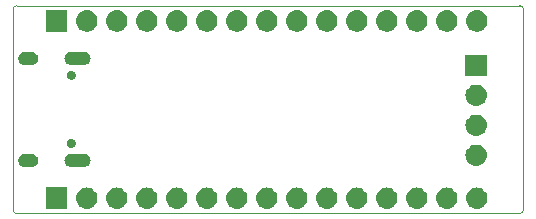
<source format=gbs>
G04 #@! TF.GenerationSoftware,KiCad,Pcbnew,5.1.2*
G04 #@! TF.CreationDate,2019-05-17T23:45:07+02:00*
G04 #@! TF.ProjectId,OtterPill,4f747465-7250-4696-9c6c-2e6b69636164,rev?*
G04 #@! TF.SameCoordinates,Original*
G04 #@! TF.FileFunction,Soldermask,Bot*
G04 #@! TF.FilePolarity,Negative*
%FSLAX46Y46*%
G04 Gerber Fmt 4.6, Leading zero omitted, Abs format (unit mm)*
G04 Created by KiCad (PCBNEW 5.1.2) date 2019-05-17 23:45:07*
%MOMM*%
%LPD*%
G04 APERTURE LIST*
%ADD10C,0.050000*%
%ADD11C,0.100000*%
G04 APERTURE END LIST*
D10*
X63200000Y-37100000D02*
G75*
G02X62900000Y-37400000I-300000J0D01*
G01*
X62900000Y-19800000D02*
G75*
G02X63200000Y-20100000I0J-300000D01*
G01*
X20000000Y-20100000D02*
G75*
G02X20300000Y-19800000I300000J0D01*
G01*
X20300000Y-37400000D02*
G75*
G02X20000000Y-37100000I0J300000D01*
G01*
X20000000Y-37100000D02*
X20000000Y-20100000D01*
X62900000Y-37400000D02*
X20300000Y-37400000D01*
X63200000Y-20100000D02*
X63200000Y-37100000D01*
X20300000Y-19800000D02*
X62900000Y-19800000D01*
D11*
G36*
X33970443Y-35205519D02*
G01*
X34036627Y-35212037D01*
X34206466Y-35263557D01*
X34362991Y-35347222D01*
X34398729Y-35376552D01*
X34500186Y-35459814D01*
X34583448Y-35561271D01*
X34612778Y-35597009D01*
X34696443Y-35753534D01*
X34747963Y-35923373D01*
X34765359Y-36100000D01*
X34747963Y-36276627D01*
X34696443Y-36446466D01*
X34612778Y-36602991D01*
X34583448Y-36638729D01*
X34500186Y-36740186D01*
X34398729Y-36823448D01*
X34362991Y-36852778D01*
X34206466Y-36936443D01*
X34036627Y-36987963D01*
X33970443Y-36994481D01*
X33904260Y-37001000D01*
X33815740Y-37001000D01*
X33749557Y-36994481D01*
X33683373Y-36987963D01*
X33513534Y-36936443D01*
X33357009Y-36852778D01*
X33321271Y-36823448D01*
X33219814Y-36740186D01*
X33136552Y-36638729D01*
X33107222Y-36602991D01*
X33023557Y-36446466D01*
X32972037Y-36276627D01*
X32954641Y-36100000D01*
X32972037Y-35923373D01*
X33023557Y-35753534D01*
X33107222Y-35597009D01*
X33136552Y-35561271D01*
X33219814Y-35459814D01*
X33321271Y-35376552D01*
X33357009Y-35347222D01*
X33513534Y-35263557D01*
X33683373Y-35212037D01*
X33749557Y-35205519D01*
X33815740Y-35199000D01*
X33904260Y-35199000D01*
X33970443Y-35205519D01*
X33970443Y-35205519D01*
G37*
G36*
X59370443Y-35205519D02*
G01*
X59436627Y-35212037D01*
X59606466Y-35263557D01*
X59762991Y-35347222D01*
X59798729Y-35376552D01*
X59900186Y-35459814D01*
X59983448Y-35561271D01*
X60012778Y-35597009D01*
X60096443Y-35753534D01*
X60147963Y-35923373D01*
X60165359Y-36100000D01*
X60147963Y-36276627D01*
X60096443Y-36446466D01*
X60012778Y-36602991D01*
X59983448Y-36638729D01*
X59900186Y-36740186D01*
X59798729Y-36823448D01*
X59762991Y-36852778D01*
X59606466Y-36936443D01*
X59436627Y-36987963D01*
X59370443Y-36994481D01*
X59304260Y-37001000D01*
X59215740Y-37001000D01*
X59149557Y-36994481D01*
X59083373Y-36987963D01*
X58913534Y-36936443D01*
X58757009Y-36852778D01*
X58721271Y-36823448D01*
X58619814Y-36740186D01*
X58536552Y-36638729D01*
X58507222Y-36602991D01*
X58423557Y-36446466D01*
X58372037Y-36276627D01*
X58354641Y-36100000D01*
X58372037Y-35923373D01*
X58423557Y-35753534D01*
X58507222Y-35597009D01*
X58536552Y-35561271D01*
X58619814Y-35459814D01*
X58721271Y-35376552D01*
X58757009Y-35347222D01*
X58913534Y-35263557D01*
X59083373Y-35212037D01*
X59149557Y-35205519D01*
X59215740Y-35199000D01*
X59304260Y-35199000D01*
X59370443Y-35205519D01*
X59370443Y-35205519D01*
G37*
G36*
X24601000Y-37001000D02*
G01*
X22799000Y-37001000D01*
X22799000Y-35199000D01*
X24601000Y-35199000D01*
X24601000Y-37001000D01*
X24601000Y-37001000D01*
G37*
G36*
X26350443Y-35205519D02*
G01*
X26416627Y-35212037D01*
X26586466Y-35263557D01*
X26742991Y-35347222D01*
X26778729Y-35376552D01*
X26880186Y-35459814D01*
X26963448Y-35561271D01*
X26992778Y-35597009D01*
X27076443Y-35753534D01*
X27127963Y-35923373D01*
X27145359Y-36100000D01*
X27127963Y-36276627D01*
X27076443Y-36446466D01*
X26992778Y-36602991D01*
X26963448Y-36638729D01*
X26880186Y-36740186D01*
X26778729Y-36823448D01*
X26742991Y-36852778D01*
X26586466Y-36936443D01*
X26416627Y-36987963D01*
X26350443Y-36994481D01*
X26284260Y-37001000D01*
X26195740Y-37001000D01*
X26129557Y-36994481D01*
X26063373Y-36987963D01*
X25893534Y-36936443D01*
X25737009Y-36852778D01*
X25701271Y-36823448D01*
X25599814Y-36740186D01*
X25516552Y-36638729D01*
X25487222Y-36602991D01*
X25403557Y-36446466D01*
X25352037Y-36276627D01*
X25334641Y-36100000D01*
X25352037Y-35923373D01*
X25403557Y-35753534D01*
X25487222Y-35597009D01*
X25516552Y-35561271D01*
X25599814Y-35459814D01*
X25701271Y-35376552D01*
X25737009Y-35347222D01*
X25893534Y-35263557D01*
X26063373Y-35212037D01*
X26129557Y-35205519D01*
X26195740Y-35199000D01*
X26284260Y-35199000D01*
X26350443Y-35205519D01*
X26350443Y-35205519D01*
G37*
G36*
X28890443Y-35205519D02*
G01*
X28956627Y-35212037D01*
X29126466Y-35263557D01*
X29282991Y-35347222D01*
X29318729Y-35376552D01*
X29420186Y-35459814D01*
X29503448Y-35561271D01*
X29532778Y-35597009D01*
X29616443Y-35753534D01*
X29667963Y-35923373D01*
X29685359Y-36100000D01*
X29667963Y-36276627D01*
X29616443Y-36446466D01*
X29532778Y-36602991D01*
X29503448Y-36638729D01*
X29420186Y-36740186D01*
X29318729Y-36823448D01*
X29282991Y-36852778D01*
X29126466Y-36936443D01*
X28956627Y-36987963D01*
X28890443Y-36994481D01*
X28824260Y-37001000D01*
X28735740Y-37001000D01*
X28669557Y-36994481D01*
X28603373Y-36987963D01*
X28433534Y-36936443D01*
X28277009Y-36852778D01*
X28241271Y-36823448D01*
X28139814Y-36740186D01*
X28056552Y-36638729D01*
X28027222Y-36602991D01*
X27943557Y-36446466D01*
X27892037Y-36276627D01*
X27874641Y-36100000D01*
X27892037Y-35923373D01*
X27943557Y-35753534D01*
X28027222Y-35597009D01*
X28056552Y-35561271D01*
X28139814Y-35459814D01*
X28241271Y-35376552D01*
X28277009Y-35347222D01*
X28433534Y-35263557D01*
X28603373Y-35212037D01*
X28669557Y-35205519D01*
X28735740Y-35199000D01*
X28824260Y-35199000D01*
X28890443Y-35205519D01*
X28890443Y-35205519D01*
G37*
G36*
X31430443Y-35205519D02*
G01*
X31496627Y-35212037D01*
X31666466Y-35263557D01*
X31822991Y-35347222D01*
X31858729Y-35376552D01*
X31960186Y-35459814D01*
X32043448Y-35561271D01*
X32072778Y-35597009D01*
X32156443Y-35753534D01*
X32207963Y-35923373D01*
X32225359Y-36100000D01*
X32207963Y-36276627D01*
X32156443Y-36446466D01*
X32072778Y-36602991D01*
X32043448Y-36638729D01*
X31960186Y-36740186D01*
X31858729Y-36823448D01*
X31822991Y-36852778D01*
X31666466Y-36936443D01*
X31496627Y-36987963D01*
X31430443Y-36994481D01*
X31364260Y-37001000D01*
X31275740Y-37001000D01*
X31209557Y-36994481D01*
X31143373Y-36987963D01*
X30973534Y-36936443D01*
X30817009Y-36852778D01*
X30781271Y-36823448D01*
X30679814Y-36740186D01*
X30596552Y-36638729D01*
X30567222Y-36602991D01*
X30483557Y-36446466D01*
X30432037Y-36276627D01*
X30414641Y-36100000D01*
X30432037Y-35923373D01*
X30483557Y-35753534D01*
X30567222Y-35597009D01*
X30596552Y-35561271D01*
X30679814Y-35459814D01*
X30781271Y-35376552D01*
X30817009Y-35347222D01*
X30973534Y-35263557D01*
X31143373Y-35212037D01*
X31209557Y-35205519D01*
X31275740Y-35199000D01*
X31364260Y-35199000D01*
X31430443Y-35205519D01*
X31430443Y-35205519D01*
G37*
G36*
X36510443Y-35205519D02*
G01*
X36576627Y-35212037D01*
X36746466Y-35263557D01*
X36902991Y-35347222D01*
X36938729Y-35376552D01*
X37040186Y-35459814D01*
X37123448Y-35561271D01*
X37152778Y-35597009D01*
X37236443Y-35753534D01*
X37287963Y-35923373D01*
X37305359Y-36100000D01*
X37287963Y-36276627D01*
X37236443Y-36446466D01*
X37152778Y-36602991D01*
X37123448Y-36638729D01*
X37040186Y-36740186D01*
X36938729Y-36823448D01*
X36902991Y-36852778D01*
X36746466Y-36936443D01*
X36576627Y-36987963D01*
X36510443Y-36994481D01*
X36444260Y-37001000D01*
X36355740Y-37001000D01*
X36289557Y-36994481D01*
X36223373Y-36987963D01*
X36053534Y-36936443D01*
X35897009Y-36852778D01*
X35861271Y-36823448D01*
X35759814Y-36740186D01*
X35676552Y-36638729D01*
X35647222Y-36602991D01*
X35563557Y-36446466D01*
X35512037Y-36276627D01*
X35494641Y-36100000D01*
X35512037Y-35923373D01*
X35563557Y-35753534D01*
X35647222Y-35597009D01*
X35676552Y-35561271D01*
X35759814Y-35459814D01*
X35861271Y-35376552D01*
X35897009Y-35347222D01*
X36053534Y-35263557D01*
X36223373Y-35212037D01*
X36289557Y-35205519D01*
X36355740Y-35199000D01*
X36444260Y-35199000D01*
X36510443Y-35205519D01*
X36510443Y-35205519D01*
G37*
G36*
X39050443Y-35205519D02*
G01*
X39116627Y-35212037D01*
X39286466Y-35263557D01*
X39442991Y-35347222D01*
X39478729Y-35376552D01*
X39580186Y-35459814D01*
X39663448Y-35561271D01*
X39692778Y-35597009D01*
X39776443Y-35753534D01*
X39827963Y-35923373D01*
X39845359Y-36100000D01*
X39827963Y-36276627D01*
X39776443Y-36446466D01*
X39692778Y-36602991D01*
X39663448Y-36638729D01*
X39580186Y-36740186D01*
X39478729Y-36823448D01*
X39442991Y-36852778D01*
X39286466Y-36936443D01*
X39116627Y-36987963D01*
X39050443Y-36994481D01*
X38984260Y-37001000D01*
X38895740Y-37001000D01*
X38829557Y-36994481D01*
X38763373Y-36987963D01*
X38593534Y-36936443D01*
X38437009Y-36852778D01*
X38401271Y-36823448D01*
X38299814Y-36740186D01*
X38216552Y-36638729D01*
X38187222Y-36602991D01*
X38103557Y-36446466D01*
X38052037Y-36276627D01*
X38034641Y-36100000D01*
X38052037Y-35923373D01*
X38103557Y-35753534D01*
X38187222Y-35597009D01*
X38216552Y-35561271D01*
X38299814Y-35459814D01*
X38401271Y-35376552D01*
X38437009Y-35347222D01*
X38593534Y-35263557D01*
X38763373Y-35212037D01*
X38829557Y-35205519D01*
X38895740Y-35199000D01*
X38984260Y-35199000D01*
X39050443Y-35205519D01*
X39050443Y-35205519D01*
G37*
G36*
X41590443Y-35205519D02*
G01*
X41656627Y-35212037D01*
X41826466Y-35263557D01*
X41982991Y-35347222D01*
X42018729Y-35376552D01*
X42120186Y-35459814D01*
X42203448Y-35561271D01*
X42232778Y-35597009D01*
X42316443Y-35753534D01*
X42367963Y-35923373D01*
X42385359Y-36100000D01*
X42367963Y-36276627D01*
X42316443Y-36446466D01*
X42232778Y-36602991D01*
X42203448Y-36638729D01*
X42120186Y-36740186D01*
X42018729Y-36823448D01*
X41982991Y-36852778D01*
X41826466Y-36936443D01*
X41656627Y-36987963D01*
X41590443Y-36994481D01*
X41524260Y-37001000D01*
X41435740Y-37001000D01*
X41369557Y-36994481D01*
X41303373Y-36987963D01*
X41133534Y-36936443D01*
X40977009Y-36852778D01*
X40941271Y-36823448D01*
X40839814Y-36740186D01*
X40756552Y-36638729D01*
X40727222Y-36602991D01*
X40643557Y-36446466D01*
X40592037Y-36276627D01*
X40574641Y-36100000D01*
X40592037Y-35923373D01*
X40643557Y-35753534D01*
X40727222Y-35597009D01*
X40756552Y-35561271D01*
X40839814Y-35459814D01*
X40941271Y-35376552D01*
X40977009Y-35347222D01*
X41133534Y-35263557D01*
X41303373Y-35212037D01*
X41369557Y-35205519D01*
X41435740Y-35199000D01*
X41524260Y-35199000D01*
X41590443Y-35205519D01*
X41590443Y-35205519D01*
G37*
G36*
X44130443Y-35205519D02*
G01*
X44196627Y-35212037D01*
X44366466Y-35263557D01*
X44522991Y-35347222D01*
X44558729Y-35376552D01*
X44660186Y-35459814D01*
X44743448Y-35561271D01*
X44772778Y-35597009D01*
X44856443Y-35753534D01*
X44907963Y-35923373D01*
X44925359Y-36100000D01*
X44907963Y-36276627D01*
X44856443Y-36446466D01*
X44772778Y-36602991D01*
X44743448Y-36638729D01*
X44660186Y-36740186D01*
X44558729Y-36823448D01*
X44522991Y-36852778D01*
X44366466Y-36936443D01*
X44196627Y-36987963D01*
X44130443Y-36994481D01*
X44064260Y-37001000D01*
X43975740Y-37001000D01*
X43909557Y-36994481D01*
X43843373Y-36987963D01*
X43673534Y-36936443D01*
X43517009Y-36852778D01*
X43481271Y-36823448D01*
X43379814Y-36740186D01*
X43296552Y-36638729D01*
X43267222Y-36602991D01*
X43183557Y-36446466D01*
X43132037Y-36276627D01*
X43114641Y-36100000D01*
X43132037Y-35923373D01*
X43183557Y-35753534D01*
X43267222Y-35597009D01*
X43296552Y-35561271D01*
X43379814Y-35459814D01*
X43481271Y-35376552D01*
X43517009Y-35347222D01*
X43673534Y-35263557D01*
X43843373Y-35212037D01*
X43909557Y-35205519D01*
X43975740Y-35199000D01*
X44064260Y-35199000D01*
X44130443Y-35205519D01*
X44130443Y-35205519D01*
G37*
G36*
X46670443Y-35205519D02*
G01*
X46736627Y-35212037D01*
X46906466Y-35263557D01*
X47062991Y-35347222D01*
X47098729Y-35376552D01*
X47200186Y-35459814D01*
X47283448Y-35561271D01*
X47312778Y-35597009D01*
X47396443Y-35753534D01*
X47447963Y-35923373D01*
X47465359Y-36100000D01*
X47447963Y-36276627D01*
X47396443Y-36446466D01*
X47312778Y-36602991D01*
X47283448Y-36638729D01*
X47200186Y-36740186D01*
X47098729Y-36823448D01*
X47062991Y-36852778D01*
X46906466Y-36936443D01*
X46736627Y-36987963D01*
X46670443Y-36994481D01*
X46604260Y-37001000D01*
X46515740Y-37001000D01*
X46449557Y-36994481D01*
X46383373Y-36987963D01*
X46213534Y-36936443D01*
X46057009Y-36852778D01*
X46021271Y-36823448D01*
X45919814Y-36740186D01*
X45836552Y-36638729D01*
X45807222Y-36602991D01*
X45723557Y-36446466D01*
X45672037Y-36276627D01*
X45654641Y-36100000D01*
X45672037Y-35923373D01*
X45723557Y-35753534D01*
X45807222Y-35597009D01*
X45836552Y-35561271D01*
X45919814Y-35459814D01*
X46021271Y-35376552D01*
X46057009Y-35347222D01*
X46213534Y-35263557D01*
X46383373Y-35212037D01*
X46449557Y-35205519D01*
X46515740Y-35199000D01*
X46604260Y-35199000D01*
X46670443Y-35205519D01*
X46670443Y-35205519D01*
G37*
G36*
X49210443Y-35205519D02*
G01*
X49276627Y-35212037D01*
X49446466Y-35263557D01*
X49602991Y-35347222D01*
X49638729Y-35376552D01*
X49740186Y-35459814D01*
X49823448Y-35561271D01*
X49852778Y-35597009D01*
X49936443Y-35753534D01*
X49987963Y-35923373D01*
X50005359Y-36100000D01*
X49987963Y-36276627D01*
X49936443Y-36446466D01*
X49852778Y-36602991D01*
X49823448Y-36638729D01*
X49740186Y-36740186D01*
X49638729Y-36823448D01*
X49602991Y-36852778D01*
X49446466Y-36936443D01*
X49276627Y-36987963D01*
X49210443Y-36994481D01*
X49144260Y-37001000D01*
X49055740Y-37001000D01*
X48989557Y-36994481D01*
X48923373Y-36987963D01*
X48753534Y-36936443D01*
X48597009Y-36852778D01*
X48561271Y-36823448D01*
X48459814Y-36740186D01*
X48376552Y-36638729D01*
X48347222Y-36602991D01*
X48263557Y-36446466D01*
X48212037Y-36276627D01*
X48194641Y-36100000D01*
X48212037Y-35923373D01*
X48263557Y-35753534D01*
X48347222Y-35597009D01*
X48376552Y-35561271D01*
X48459814Y-35459814D01*
X48561271Y-35376552D01*
X48597009Y-35347222D01*
X48753534Y-35263557D01*
X48923373Y-35212037D01*
X48989557Y-35205519D01*
X49055740Y-35199000D01*
X49144260Y-35199000D01*
X49210443Y-35205519D01*
X49210443Y-35205519D01*
G37*
G36*
X51750443Y-35205519D02*
G01*
X51816627Y-35212037D01*
X51986466Y-35263557D01*
X52142991Y-35347222D01*
X52178729Y-35376552D01*
X52280186Y-35459814D01*
X52363448Y-35561271D01*
X52392778Y-35597009D01*
X52476443Y-35753534D01*
X52527963Y-35923373D01*
X52545359Y-36100000D01*
X52527963Y-36276627D01*
X52476443Y-36446466D01*
X52392778Y-36602991D01*
X52363448Y-36638729D01*
X52280186Y-36740186D01*
X52178729Y-36823448D01*
X52142991Y-36852778D01*
X51986466Y-36936443D01*
X51816627Y-36987963D01*
X51750443Y-36994481D01*
X51684260Y-37001000D01*
X51595740Y-37001000D01*
X51529557Y-36994481D01*
X51463373Y-36987963D01*
X51293534Y-36936443D01*
X51137009Y-36852778D01*
X51101271Y-36823448D01*
X50999814Y-36740186D01*
X50916552Y-36638729D01*
X50887222Y-36602991D01*
X50803557Y-36446466D01*
X50752037Y-36276627D01*
X50734641Y-36100000D01*
X50752037Y-35923373D01*
X50803557Y-35753534D01*
X50887222Y-35597009D01*
X50916552Y-35561271D01*
X50999814Y-35459814D01*
X51101271Y-35376552D01*
X51137009Y-35347222D01*
X51293534Y-35263557D01*
X51463373Y-35212037D01*
X51529557Y-35205519D01*
X51595740Y-35199000D01*
X51684260Y-35199000D01*
X51750443Y-35205519D01*
X51750443Y-35205519D01*
G37*
G36*
X54290443Y-35205519D02*
G01*
X54356627Y-35212037D01*
X54526466Y-35263557D01*
X54682991Y-35347222D01*
X54718729Y-35376552D01*
X54820186Y-35459814D01*
X54903448Y-35561271D01*
X54932778Y-35597009D01*
X55016443Y-35753534D01*
X55067963Y-35923373D01*
X55085359Y-36100000D01*
X55067963Y-36276627D01*
X55016443Y-36446466D01*
X54932778Y-36602991D01*
X54903448Y-36638729D01*
X54820186Y-36740186D01*
X54718729Y-36823448D01*
X54682991Y-36852778D01*
X54526466Y-36936443D01*
X54356627Y-36987963D01*
X54290443Y-36994481D01*
X54224260Y-37001000D01*
X54135740Y-37001000D01*
X54069557Y-36994481D01*
X54003373Y-36987963D01*
X53833534Y-36936443D01*
X53677009Y-36852778D01*
X53641271Y-36823448D01*
X53539814Y-36740186D01*
X53456552Y-36638729D01*
X53427222Y-36602991D01*
X53343557Y-36446466D01*
X53292037Y-36276627D01*
X53274641Y-36100000D01*
X53292037Y-35923373D01*
X53343557Y-35753534D01*
X53427222Y-35597009D01*
X53456552Y-35561271D01*
X53539814Y-35459814D01*
X53641271Y-35376552D01*
X53677009Y-35347222D01*
X53833534Y-35263557D01*
X54003373Y-35212037D01*
X54069557Y-35205519D01*
X54135740Y-35199000D01*
X54224260Y-35199000D01*
X54290443Y-35205519D01*
X54290443Y-35205519D01*
G37*
G36*
X56830443Y-35205519D02*
G01*
X56896627Y-35212037D01*
X57066466Y-35263557D01*
X57222991Y-35347222D01*
X57258729Y-35376552D01*
X57360186Y-35459814D01*
X57443448Y-35561271D01*
X57472778Y-35597009D01*
X57556443Y-35753534D01*
X57607963Y-35923373D01*
X57625359Y-36100000D01*
X57607963Y-36276627D01*
X57556443Y-36446466D01*
X57472778Y-36602991D01*
X57443448Y-36638729D01*
X57360186Y-36740186D01*
X57258729Y-36823448D01*
X57222991Y-36852778D01*
X57066466Y-36936443D01*
X56896627Y-36987963D01*
X56830443Y-36994481D01*
X56764260Y-37001000D01*
X56675740Y-37001000D01*
X56609557Y-36994481D01*
X56543373Y-36987963D01*
X56373534Y-36936443D01*
X56217009Y-36852778D01*
X56181271Y-36823448D01*
X56079814Y-36740186D01*
X55996552Y-36638729D01*
X55967222Y-36602991D01*
X55883557Y-36446466D01*
X55832037Y-36276627D01*
X55814641Y-36100000D01*
X55832037Y-35923373D01*
X55883557Y-35753534D01*
X55967222Y-35597009D01*
X55996552Y-35561271D01*
X56079814Y-35459814D01*
X56181271Y-35376552D01*
X56217009Y-35347222D01*
X56373534Y-35263557D01*
X56543373Y-35212037D01*
X56609557Y-35205519D01*
X56675740Y-35199000D01*
X56764260Y-35199000D01*
X56830443Y-35205519D01*
X56830443Y-35205519D01*
G37*
G36*
X21683014Y-32346973D02*
G01*
X21786878Y-32378479D01*
X21814054Y-32393005D01*
X21882599Y-32429643D01*
X21966500Y-32498499D01*
X22035356Y-32582400D01*
X22069685Y-32646625D01*
X22086520Y-32678121D01*
X22118026Y-32781985D01*
X22128665Y-32890000D01*
X22118026Y-32998015D01*
X22086520Y-33101879D01*
X22071994Y-33129055D01*
X22035356Y-33197600D01*
X21966500Y-33281501D01*
X21882599Y-33350357D01*
X21843978Y-33371000D01*
X21786878Y-33401521D01*
X21683014Y-33433027D01*
X21602066Y-33441000D01*
X20947932Y-33441000D01*
X20866984Y-33433027D01*
X20763120Y-33401521D01*
X20706020Y-33371000D01*
X20667399Y-33350357D01*
X20583498Y-33281501D01*
X20514642Y-33197600D01*
X20478004Y-33129055D01*
X20463478Y-33101879D01*
X20431972Y-32998015D01*
X20421333Y-32890000D01*
X20431972Y-32781985D01*
X20463478Y-32678121D01*
X20480313Y-32646625D01*
X20514642Y-32582400D01*
X20583498Y-32498499D01*
X20667399Y-32429643D01*
X20735944Y-32393005D01*
X20763120Y-32378479D01*
X20866984Y-32346973D01*
X20947932Y-32339000D01*
X21602066Y-32339000D01*
X21683014Y-32346973D01*
X21683014Y-32346973D01*
G37*
G36*
X26113014Y-32346973D02*
G01*
X26216878Y-32378479D01*
X26244054Y-32393005D01*
X26312599Y-32429643D01*
X26396500Y-32498499D01*
X26465356Y-32582400D01*
X26499685Y-32646625D01*
X26516520Y-32678121D01*
X26548026Y-32781985D01*
X26558665Y-32890000D01*
X26548026Y-32998015D01*
X26516520Y-33101879D01*
X26501994Y-33129055D01*
X26465356Y-33197600D01*
X26396500Y-33281501D01*
X26312599Y-33350357D01*
X26273978Y-33371000D01*
X26216878Y-33401521D01*
X26113014Y-33433027D01*
X26032066Y-33441000D01*
X24877932Y-33441000D01*
X24796984Y-33433027D01*
X24693120Y-33401521D01*
X24636020Y-33371000D01*
X24597399Y-33350357D01*
X24513498Y-33281501D01*
X24444642Y-33197600D01*
X24408004Y-33129055D01*
X24393478Y-33101879D01*
X24361972Y-32998015D01*
X24351333Y-32890000D01*
X24361972Y-32781985D01*
X24393478Y-32678121D01*
X24410313Y-32646625D01*
X24444642Y-32582400D01*
X24513498Y-32498499D01*
X24597399Y-32429643D01*
X24665944Y-32393005D01*
X24693120Y-32378479D01*
X24796984Y-32346973D01*
X24877932Y-32339000D01*
X26032066Y-32339000D01*
X26113014Y-32346973D01*
X26113014Y-32346973D01*
G37*
G36*
X59310443Y-31575519D02*
G01*
X59376627Y-31582037D01*
X59546466Y-31633557D01*
X59702991Y-31717222D01*
X59738729Y-31746552D01*
X59840186Y-31829814D01*
X59923448Y-31931271D01*
X59952778Y-31967009D01*
X60036443Y-32123534D01*
X60087963Y-32293373D01*
X60105359Y-32470000D01*
X60087963Y-32646627D01*
X60036443Y-32816466D01*
X59952778Y-32972991D01*
X59932243Y-32998013D01*
X59840186Y-33110186D01*
X59738729Y-33193448D01*
X59702991Y-33222778D01*
X59546466Y-33306443D01*
X59376627Y-33357963D01*
X59310443Y-33364481D01*
X59244260Y-33371000D01*
X59155740Y-33371000D01*
X59089557Y-33364481D01*
X59023373Y-33357963D01*
X58853534Y-33306443D01*
X58697009Y-33222778D01*
X58661271Y-33193448D01*
X58559814Y-33110186D01*
X58467757Y-32998013D01*
X58447222Y-32972991D01*
X58363557Y-32816466D01*
X58312037Y-32646627D01*
X58294641Y-32470000D01*
X58312037Y-32293373D01*
X58363557Y-32123534D01*
X58447222Y-31967009D01*
X58476552Y-31931271D01*
X58559814Y-31829814D01*
X58661271Y-31746552D01*
X58697009Y-31717222D01*
X58853534Y-31633557D01*
X59023373Y-31582037D01*
X59089557Y-31575519D01*
X59155740Y-31569000D01*
X59244260Y-31569000D01*
X59310443Y-31575519D01*
X59310443Y-31575519D01*
G37*
G36*
X25034671Y-31098449D02*
G01*
X25034673Y-31098450D01*
X25034674Y-31098450D01*
X25103102Y-31126793D01*
X25164685Y-31167942D01*
X25217057Y-31220314D01*
X25258206Y-31281897D01*
X25286549Y-31350325D01*
X25286550Y-31350328D01*
X25300999Y-31422966D01*
X25300999Y-31497034D01*
X25286684Y-31569000D01*
X25286549Y-31569675D01*
X25258206Y-31638103D01*
X25217057Y-31699686D01*
X25164685Y-31752058D01*
X25103102Y-31793207D01*
X25034674Y-31821550D01*
X25034673Y-31821550D01*
X25034671Y-31821551D01*
X24962033Y-31836000D01*
X24887965Y-31836000D01*
X24815327Y-31821551D01*
X24815325Y-31821550D01*
X24815324Y-31821550D01*
X24746896Y-31793207D01*
X24685313Y-31752058D01*
X24632941Y-31699686D01*
X24591792Y-31638103D01*
X24563449Y-31569675D01*
X24563315Y-31569000D01*
X24548999Y-31497034D01*
X24548999Y-31422966D01*
X24563448Y-31350328D01*
X24563449Y-31350325D01*
X24591792Y-31281897D01*
X24632941Y-31220314D01*
X24685313Y-31167942D01*
X24746896Y-31126793D01*
X24815324Y-31098450D01*
X24815325Y-31098450D01*
X24815327Y-31098449D01*
X24887965Y-31084000D01*
X24962033Y-31084000D01*
X25034671Y-31098449D01*
X25034671Y-31098449D01*
G37*
G36*
X59310443Y-29035519D02*
G01*
X59376627Y-29042037D01*
X59546466Y-29093557D01*
X59702991Y-29177222D01*
X59738729Y-29206552D01*
X59840186Y-29289814D01*
X59923448Y-29391271D01*
X59952778Y-29427009D01*
X60036443Y-29583534D01*
X60087963Y-29753373D01*
X60105359Y-29930000D01*
X60087963Y-30106627D01*
X60036443Y-30276466D01*
X59952778Y-30432991D01*
X59923448Y-30468729D01*
X59840186Y-30570186D01*
X59738729Y-30653448D01*
X59702991Y-30682778D01*
X59546466Y-30766443D01*
X59376627Y-30817963D01*
X59310443Y-30824481D01*
X59244260Y-30831000D01*
X59155740Y-30831000D01*
X59089557Y-30824481D01*
X59023373Y-30817963D01*
X58853534Y-30766443D01*
X58697009Y-30682778D01*
X58661271Y-30653448D01*
X58559814Y-30570186D01*
X58476552Y-30468729D01*
X58447222Y-30432991D01*
X58363557Y-30276466D01*
X58312037Y-30106627D01*
X58294641Y-29930000D01*
X58312037Y-29753373D01*
X58363557Y-29583534D01*
X58447222Y-29427009D01*
X58476552Y-29391271D01*
X58559814Y-29289814D01*
X58661271Y-29206552D01*
X58697009Y-29177222D01*
X58853534Y-29093557D01*
X59023373Y-29042037D01*
X59089557Y-29035519D01*
X59155740Y-29029000D01*
X59244260Y-29029000D01*
X59310443Y-29035519D01*
X59310443Y-29035519D01*
G37*
G36*
X59310443Y-26495519D02*
G01*
X59376627Y-26502037D01*
X59546466Y-26553557D01*
X59702991Y-26637222D01*
X59738729Y-26666552D01*
X59840186Y-26749814D01*
X59923448Y-26851271D01*
X59952778Y-26887009D01*
X60036443Y-27043534D01*
X60087963Y-27213373D01*
X60105359Y-27390000D01*
X60087963Y-27566627D01*
X60036443Y-27736466D01*
X59952778Y-27892991D01*
X59923448Y-27928729D01*
X59840186Y-28030186D01*
X59738729Y-28113448D01*
X59702991Y-28142778D01*
X59546466Y-28226443D01*
X59376627Y-28277963D01*
X59310443Y-28284481D01*
X59244260Y-28291000D01*
X59155740Y-28291000D01*
X59089557Y-28284481D01*
X59023373Y-28277963D01*
X58853534Y-28226443D01*
X58697009Y-28142778D01*
X58661271Y-28113448D01*
X58559814Y-28030186D01*
X58476552Y-27928729D01*
X58447222Y-27892991D01*
X58363557Y-27736466D01*
X58312037Y-27566627D01*
X58294641Y-27390000D01*
X58312037Y-27213373D01*
X58363557Y-27043534D01*
X58447222Y-26887009D01*
X58476552Y-26851271D01*
X58559814Y-26749814D01*
X58661271Y-26666552D01*
X58697009Y-26637222D01*
X58853534Y-26553557D01*
X59023373Y-26502037D01*
X59089557Y-26495519D01*
X59155740Y-26489000D01*
X59244260Y-26489000D01*
X59310443Y-26495519D01*
X59310443Y-26495519D01*
G37*
G36*
X25034671Y-25318449D02*
G01*
X25034673Y-25318450D01*
X25034674Y-25318450D01*
X25103102Y-25346793D01*
X25164685Y-25387942D01*
X25217057Y-25440314D01*
X25258206Y-25501897D01*
X25286549Y-25570325D01*
X25286550Y-25570328D01*
X25300999Y-25642966D01*
X25300999Y-25717034D01*
X25294243Y-25751000D01*
X25286549Y-25789675D01*
X25258206Y-25858103D01*
X25217057Y-25919686D01*
X25164685Y-25972058D01*
X25103102Y-26013207D01*
X25034674Y-26041550D01*
X25034673Y-26041550D01*
X25034671Y-26041551D01*
X24962033Y-26056000D01*
X24887965Y-26056000D01*
X24815327Y-26041551D01*
X24815325Y-26041550D01*
X24815324Y-26041550D01*
X24746896Y-26013207D01*
X24685313Y-25972058D01*
X24632941Y-25919686D01*
X24591792Y-25858103D01*
X24563449Y-25789675D01*
X24555756Y-25751000D01*
X24548999Y-25717034D01*
X24548999Y-25642966D01*
X24563448Y-25570328D01*
X24563449Y-25570325D01*
X24591792Y-25501897D01*
X24632941Y-25440314D01*
X24685313Y-25387942D01*
X24746896Y-25346793D01*
X24815324Y-25318450D01*
X24815325Y-25318450D01*
X24815327Y-25318449D01*
X24887965Y-25304000D01*
X24962033Y-25304000D01*
X25034671Y-25318449D01*
X25034671Y-25318449D01*
G37*
G36*
X60101000Y-25751000D02*
G01*
X58299000Y-25751000D01*
X58299000Y-23949000D01*
X60101000Y-23949000D01*
X60101000Y-25751000D01*
X60101000Y-25751000D01*
G37*
G36*
X26113014Y-23706973D02*
G01*
X26216878Y-23738479D01*
X26244054Y-23753005D01*
X26312599Y-23789643D01*
X26396500Y-23858499D01*
X26465356Y-23942400D01*
X26501994Y-24010945D01*
X26516520Y-24038121D01*
X26548026Y-24141985D01*
X26558665Y-24250000D01*
X26548026Y-24358015D01*
X26516520Y-24461879D01*
X26516518Y-24461882D01*
X26465356Y-24557600D01*
X26396500Y-24641501D01*
X26312599Y-24710357D01*
X26244054Y-24746995D01*
X26216878Y-24761521D01*
X26113014Y-24793027D01*
X26032066Y-24801000D01*
X24877932Y-24801000D01*
X24796984Y-24793027D01*
X24693120Y-24761521D01*
X24665944Y-24746995D01*
X24597399Y-24710357D01*
X24513498Y-24641501D01*
X24444642Y-24557600D01*
X24393480Y-24461882D01*
X24393478Y-24461879D01*
X24361972Y-24358015D01*
X24351333Y-24250000D01*
X24361972Y-24141985D01*
X24393478Y-24038121D01*
X24408004Y-24010945D01*
X24444642Y-23942400D01*
X24513498Y-23858499D01*
X24597399Y-23789643D01*
X24665944Y-23753005D01*
X24693120Y-23738479D01*
X24796984Y-23706973D01*
X24877932Y-23699000D01*
X26032066Y-23699000D01*
X26113014Y-23706973D01*
X26113014Y-23706973D01*
G37*
G36*
X21683014Y-23706973D02*
G01*
X21786878Y-23738479D01*
X21814054Y-23753005D01*
X21882599Y-23789643D01*
X21966500Y-23858499D01*
X22035356Y-23942400D01*
X22071994Y-24010945D01*
X22086520Y-24038121D01*
X22118026Y-24141985D01*
X22128665Y-24250000D01*
X22118026Y-24358015D01*
X22086520Y-24461879D01*
X22086518Y-24461882D01*
X22035356Y-24557600D01*
X21966500Y-24641501D01*
X21882599Y-24710357D01*
X21814054Y-24746995D01*
X21786878Y-24761521D01*
X21683014Y-24793027D01*
X21602066Y-24801000D01*
X20947932Y-24801000D01*
X20866984Y-24793027D01*
X20763120Y-24761521D01*
X20735944Y-24746995D01*
X20667399Y-24710357D01*
X20583498Y-24641501D01*
X20514642Y-24557600D01*
X20463480Y-24461882D01*
X20463478Y-24461879D01*
X20431972Y-24358015D01*
X20421333Y-24250000D01*
X20431972Y-24141985D01*
X20463478Y-24038121D01*
X20478004Y-24010945D01*
X20514642Y-23942400D01*
X20583498Y-23858499D01*
X20667399Y-23789643D01*
X20735944Y-23753005D01*
X20763120Y-23738479D01*
X20866984Y-23706973D01*
X20947932Y-23699000D01*
X21602066Y-23699000D01*
X21683014Y-23706973D01*
X21683014Y-23706973D01*
G37*
G36*
X24601000Y-22001000D02*
G01*
X22799000Y-22001000D01*
X22799000Y-20199000D01*
X24601000Y-20199000D01*
X24601000Y-22001000D01*
X24601000Y-22001000D01*
G37*
G36*
X26350443Y-20205519D02*
G01*
X26416627Y-20212037D01*
X26586466Y-20263557D01*
X26742991Y-20347222D01*
X26778729Y-20376552D01*
X26880186Y-20459814D01*
X26963448Y-20561271D01*
X26992778Y-20597009D01*
X27076443Y-20753534D01*
X27127963Y-20923373D01*
X27145359Y-21100000D01*
X27127963Y-21276627D01*
X27076443Y-21446466D01*
X26992778Y-21602991D01*
X26963448Y-21638729D01*
X26880186Y-21740186D01*
X26778729Y-21823448D01*
X26742991Y-21852778D01*
X26586466Y-21936443D01*
X26416627Y-21987963D01*
X26350443Y-21994481D01*
X26284260Y-22001000D01*
X26195740Y-22001000D01*
X26129557Y-21994481D01*
X26063373Y-21987963D01*
X25893534Y-21936443D01*
X25737009Y-21852778D01*
X25701271Y-21823448D01*
X25599814Y-21740186D01*
X25516552Y-21638729D01*
X25487222Y-21602991D01*
X25403557Y-21446466D01*
X25352037Y-21276627D01*
X25334641Y-21100000D01*
X25352037Y-20923373D01*
X25403557Y-20753534D01*
X25487222Y-20597009D01*
X25516552Y-20561271D01*
X25599814Y-20459814D01*
X25701271Y-20376552D01*
X25737009Y-20347222D01*
X25893534Y-20263557D01*
X26063373Y-20212037D01*
X26129557Y-20205519D01*
X26195740Y-20199000D01*
X26284260Y-20199000D01*
X26350443Y-20205519D01*
X26350443Y-20205519D01*
G37*
G36*
X28890443Y-20205519D02*
G01*
X28956627Y-20212037D01*
X29126466Y-20263557D01*
X29282991Y-20347222D01*
X29318729Y-20376552D01*
X29420186Y-20459814D01*
X29503448Y-20561271D01*
X29532778Y-20597009D01*
X29616443Y-20753534D01*
X29667963Y-20923373D01*
X29685359Y-21100000D01*
X29667963Y-21276627D01*
X29616443Y-21446466D01*
X29532778Y-21602991D01*
X29503448Y-21638729D01*
X29420186Y-21740186D01*
X29318729Y-21823448D01*
X29282991Y-21852778D01*
X29126466Y-21936443D01*
X28956627Y-21987963D01*
X28890443Y-21994481D01*
X28824260Y-22001000D01*
X28735740Y-22001000D01*
X28669557Y-21994481D01*
X28603373Y-21987963D01*
X28433534Y-21936443D01*
X28277009Y-21852778D01*
X28241271Y-21823448D01*
X28139814Y-21740186D01*
X28056552Y-21638729D01*
X28027222Y-21602991D01*
X27943557Y-21446466D01*
X27892037Y-21276627D01*
X27874641Y-21100000D01*
X27892037Y-20923373D01*
X27943557Y-20753534D01*
X28027222Y-20597009D01*
X28056552Y-20561271D01*
X28139814Y-20459814D01*
X28241271Y-20376552D01*
X28277009Y-20347222D01*
X28433534Y-20263557D01*
X28603373Y-20212037D01*
X28669557Y-20205519D01*
X28735740Y-20199000D01*
X28824260Y-20199000D01*
X28890443Y-20205519D01*
X28890443Y-20205519D01*
G37*
G36*
X59370443Y-20205519D02*
G01*
X59436627Y-20212037D01*
X59606466Y-20263557D01*
X59762991Y-20347222D01*
X59798729Y-20376552D01*
X59900186Y-20459814D01*
X59983448Y-20561271D01*
X60012778Y-20597009D01*
X60096443Y-20753534D01*
X60147963Y-20923373D01*
X60165359Y-21100000D01*
X60147963Y-21276627D01*
X60096443Y-21446466D01*
X60012778Y-21602991D01*
X59983448Y-21638729D01*
X59900186Y-21740186D01*
X59798729Y-21823448D01*
X59762991Y-21852778D01*
X59606466Y-21936443D01*
X59436627Y-21987963D01*
X59370443Y-21994481D01*
X59304260Y-22001000D01*
X59215740Y-22001000D01*
X59149557Y-21994481D01*
X59083373Y-21987963D01*
X58913534Y-21936443D01*
X58757009Y-21852778D01*
X58721271Y-21823448D01*
X58619814Y-21740186D01*
X58536552Y-21638729D01*
X58507222Y-21602991D01*
X58423557Y-21446466D01*
X58372037Y-21276627D01*
X58354641Y-21100000D01*
X58372037Y-20923373D01*
X58423557Y-20753534D01*
X58507222Y-20597009D01*
X58536552Y-20561271D01*
X58619814Y-20459814D01*
X58721271Y-20376552D01*
X58757009Y-20347222D01*
X58913534Y-20263557D01*
X59083373Y-20212037D01*
X59149557Y-20205519D01*
X59215740Y-20199000D01*
X59304260Y-20199000D01*
X59370443Y-20205519D01*
X59370443Y-20205519D01*
G37*
G36*
X56830443Y-20205519D02*
G01*
X56896627Y-20212037D01*
X57066466Y-20263557D01*
X57222991Y-20347222D01*
X57258729Y-20376552D01*
X57360186Y-20459814D01*
X57443448Y-20561271D01*
X57472778Y-20597009D01*
X57556443Y-20753534D01*
X57607963Y-20923373D01*
X57625359Y-21100000D01*
X57607963Y-21276627D01*
X57556443Y-21446466D01*
X57472778Y-21602991D01*
X57443448Y-21638729D01*
X57360186Y-21740186D01*
X57258729Y-21823448D01*
X57222991Y-21852778D01*
X57066466Y-21936443D01*
X56896627Y-21987963D01*
X56830443Y-21994481D01*
X56764260Y-22001000D01*
X56675740Y-22001000D01*
X56609557Y-21994481D01*
X56543373Y-21987963D01*
X56373534Y-21936443D01*
X56217009Y-21852778D01*
X56181271Y-21823448D01*
X56079814Y-21740186D01*
X55996552Y-21638729D01*
X55967222Y-21602991D01*
X55883557Y-21446466D01*
X55832037Y-21276627D01*
X55814641Y-21100000D01*
X55832037Y-20923373D01*
X55883557Y-20753534D01*
X55967222Y-20597009D01*
X55996552Y-20561271D01*
X56079814Y-20459814D01*
X56181271Y-20376552D01*
X56217009Y-20347222D01*
X56373534Y-20263557D01*
X56543373Y-20212037D01*
X56609557Y-20205519D01*
X56675740Y-20199000D01*
X56764260Y-20199000D01*
X56830443Y-20205519D01*
X56830443Y-20205519D01*
G37*
G36*
X54290443Y-20205519D02*
G01*
X54356627Y-20212037D01*
X54526466Y-20263557D01*
X54682991Y-20347222D01*
X54718729Y-20376552D01*
X54820186Y-20459814D01*
X54903448Y-20561271D01*
X54932778Y-20597009D01*
X55016443Y-20753534D01*
X55067963Y-20923373D01*
X55085359Y-21100000D01*
X55067963Y-21276627D01*
X55016443Y-21446466D01*
X54932778Y-21602991D01*
X54903448Y-21638729D01*
X54820186Y-21740186D01*
X54718729Y-21823448D01*
X54682991Y-21852778D01*
X54526466Y-21936443D01*
X54356627Y-21987963D01*
X54290443Y-21994481D01*
X54224260Y-22001000D01*
X54135740Y-22001000D01*
X54069557Y-21994481D01*
X54003373Y-21987963D01*
X53833534Y-21936443D01*
X53677009Y-21852778D01*
X53641271Y-21823448D01*
X53539814Y-21740186D01*
X53456552Y-21638729D01*
X53427222Y-21602991D01*
X53343557Y-21446466D01*
X53292037Y-21276627D01*
X53274641Y-21100000D01*
X53292037Y-20923373D01*
X53343557Y-20753534D01*
X53427222Y-20597009D01*
X53456552Y-20561271D01*
X53539814Y-20459814D01*
X53641271Y-20376552D01*
X53677009Y-20347222D01*
X53833534Y-20263557D01*
X54003373Y-20212037D01*
X54069557Y-20205519D01*
X54135740Y-20199000D01*
X54224260Y-20199000D01*
X54290443Y-20205519D01*
X54290443Y-20205519D01*
G37*
G36*
X51750443Y-20205519D02*
G01*
X51816627Y-20212037D01*
X51986466Y-20263557D01*
X52142991Y-20347222D01*
X52178729Y-20376552D01*
X52280186Y-20459814D01*
X52363448Y-20561271D01*
X52392778Y-20597009D01*
X52476443Y-20753534D01*
X52527963Y-20923373D01*
X52545359Y-21100000D01*
X52527963Y-21276627D01*
X52476443Y-21446466D01*
X52392778Y-21602991D01*
X52363448Y-21638729D01*
X52280186Y-21740186D01*
X52178729Y-21823448D01*
X52142991Y-21852778D01*
X51986466Y-21936443D01*
X51816627Y-21987963D01*
X51750443Y-21994481D01*
X51684260Y-22001000D01*
X51595740Y-22001000D01*
X51529557Y-21994481D01*
X51463373Y-21987963D01*
X51293534Y-21936443D01*
X51137009Y-21852778D01*
X51101271Y-21823448D01*
X50999814Y-21740186D01*
X50916552Y-21638729D01*
X50887222Y-21602991D01*
X50803557Y-21446466D01*
X50752037Y-21276627D01*
X50734641Y-21100000D01*
X50752037Y-20923373D01*
X50803557Y-20753534D01*
X50887222Y-20597009D01*
X50916552Y-20561271D01*
X50999814Y-20459814D01*
X51101271Y-20376552D01*
X51137009Y-20347222D01*
X51293534Y-20263557D01*
X51463373Y-20212037D01*
X51529557Y-20205519D01*
X51595740Y-20199000D01*
X51684260Y-20199000D01*
X51750443Y-20205519D01*
X51750443Y-20205519D01*
G37*
G36*
X49210443Y-20205519D02*
G01*
X49276627Y-20212037D01*
X49446466Y-20263557D01*
X49602991Y-20347222D01*
X49638729Y-20376552D01*
X49740186Y-20459814D01*
X49823448Y-20561271D01*
X49852778Y-20597009D01*
X49936443Y-20753534D01*
X49987963Y-20923373D01*
X50005359Y-21100000D01*
X49987963Y-21276627D01*
X49936443Y-21446466D01*
X49852778Y-21602991D01*
X49823448Y-21638729D01*
X49740186Y-21740186D01*
X49638729Y-21823448D01*
X49602991Y-21852778D01*
X49446466Y-21936443D01*
X49276627Y-21987963D01*
X49210443Y-21994481D01*
X49144260Y-22001000D01*
X49055740Y-22001000D01*
X48989557Y-21994481D01*
X48923373Y-21987963D01*
X48753534Y-21936443D01*
X48597009Y-21852778D01*
X48561271Y-21823448D01*
X48459814Y-21740186D01*
X48376552Y-21638729D01*
X48347222Y-21602991D01*
X48263557Y-21446466D01*
X48212037Y-21276627D01*
X48194641Y-21100000D01*
X48212037Y-20923373D01*
X48263557Y-20753534D01*
X48347222Y-20597009D01*
X48376552Y-20561271D01*
X48459814Y-20459814D01*
X48561271Y-20376552D01*
X48597009Y-20347222D01*
X48753534Y-20263557D01*
X48923373Y-20212037D01*
X48989557Y-20205519D01*
X49055740Y-20199000D01*
X49144260Y-20199000D01*
X49210443Y-20205519D01*
X49210443Y-20205519D01*
G37*
G36*
X46670443Y-20205519D02*
G01*
X46736627Y-20212037D01*
X46906466Y-20263557D01*
X47062991Y-20347222D01*
X47098729Y-20376552D01*
X47200186Y-20459814D01*
X47283448Y-20561271D01*
X47312778Y-20597009D01*
X47396443Y-20753534D01*
X47447963Y-20923373D01*
X47465359Y-21100000D01*
X47447963Y-21276627D01*
X47396443Y-21446466D01*
X47312778Y-21602991D01*
X47283448Y-21638729D01*
X47200186Y-21740186D01*
X47098729Y-21823448D01*
X47062991Y-21852778D01*
X46906466Y-21936443D01*
X46736627Y-21987963D01*
X46670443Y-21994481D01*
X46604260Y-22001000D01*
X46515740Y-22001000D01*
X46449557Y-21994481D01*
X46383373Y-21987963D01*
X46213534Y-21936443D01*
X46057009Y-21852778D01*
X46021271Y-21823448D01*
X45919814Y-21740186D01*
X45836552Y-21638729D01*
X45807222Y-21602991D01*
X45723557Y-21446466D01*
X45672037Y-21276627D01*
X45654641Y-21100000D01*
X45672037Y-20923373D01*
X45723557Y-20753534D01*
X45807222Y-20597009D01*
X45836552Y-20561271D01*
X45919814Y-20459814D01*
X46021271Y-20376552D01*
X46057009Y-20347222D01*
X46213534Y-20263557D01*
X46383373Y-20212037D01*
X46449557Y-20205519D01*
X46515740Y-20199000D01*
X46604260Y-20199000D01*
X46670443Y-20205519D01*
X46670443Y-20205519D01*
G37*
G36*
X44130443Y-20205519D02*
G01*
X44196627Y-20212037D01*
X44366466Y-20263557D01*
X44522991Y-20347222D01*
X44558729Y-20376552D01*
X44660186Y-20459814D01*
X44743448Y-20561271D01*
X44772778Y-20597009D01*
X44856443Y-20753534D01*
X44907963Y-20923373D01*
X44925359Y-21100000D01*
X44907963Y-21276627D01*
X44856443Y-21446466D01*
X44772778Y-21602991D01*
X44743448Y-21638729D01*
X44660186Y-21740186D01*
X44558729Y-21823448D01*
X44522991Y-21852778D01*
X44366466Y-21936443D01*
X44196627Y-21987963D01*
X44130443Y-21994481D01*
X44064260Y-22001000D01*
X43975740Y-22001000D01*
X43909557Y-21994481D01*
X43843373Y-21987963D01*
X43673534Y-21936443D01*
X43517009Y-21852778D01*
X43481271Y-21823448D01*
X43379814Y-21740186D01*
X43296552Y-21638729D01*
X43267222Y-21602991D01*
X43183557Y-21446466D01*
X43132037Y-21276627D01*
X43114641Y-21100000D01*
X43132037Y-20923373D01*
X43183557Y-20753534D01*
X43267222Y-20597009D01*
X43296552Y-20561271D01*
X43379814Y-20459814D01*
X43481271Y-20376552D01*
X43517009Y-20347222D01*
X43673534Y-20263557D01*
X43843373Y-20212037D01*
X43909557Y-20205519D01*
X43975740Y-20199000D01*
X44064260Y-20199000D01*
X44130443Y-20205519D01*
X44130443Y-20205519D01*
G37*
G36*
X41590443Y-20205519D02*
G01*
X41656627Y-20212037D01*
X41826466Y-20263557D01*
X41982991Y-20347222D01*
X42018729Y-20376552D01*
X42120186Y-20459814D01*
X42203448Y-20561271D01*
X42232778Y-20597009D01*
X42316443Y-20753534D01*
X42367963Y-20923373D01*
X42385359Y-21100000D01*
X42367963Y-21276627D01*
X42316443Y-21446466D01*
X42232778Y-21602991D01*
X42203448Y-21638729D01*
X42120186Y-21740186D01*
X42018729Y-21823448D01*
X41982991Y-21852778D01*
X41826466Y-21936443D01*
X41656627Y-21987963D01*
X41590443Y-21994481D01*
X41524260Y-22001000D01*
X41435740Y-22001000D01*
X41369557Y-21994481D01*
X41303373Y-21987963D01*
X41133534Y-21936443D01*
X40977009Y-21852778D01*
X40941271Y-21823448D01*
X40839814Y-21740186D01*
X40756552Y-21638729D01*
X40727222Y-21602991D01*
X40643557Y-21446466D01*
X40592037Y-21276627D01*
X40574641Y-21100000D01*
X40592037Y-20923373D01*
X40643557Y-20753534D01*
X40727222Y-20597009D01*
X40756552Y-20561271D01*
X40839814Y-20459814D01*
X40941271Y-20376552D01*
X40977009Y-20347222D01*
X41133534Y-20263557D01*
X41303373Y-20212037D01*
X41369557Y-20205519D01*
X41435740Y-20199000D01*
X41524260Y-20199000D01*
X41590443Y-20205519D01*
X41590443Y-20205519D01*
G37*
G36*
X39050443Y-20205519D02*
G01*
X39116627Y-20212037D01*
X39286466Y-20263557D01*
X39442991Y-20347222D01*
X39478729Y-20376552D01*
X39580186Y-20459814D01*
X39663448Y-20561271D01*
X39692778Y-20597009D01*
X39776443Y-20753534D01*
X39827963Y-20923373D01*
X39845359Y-21100000D01*
X39827963Y-21276627D01*
X39776443Y-21446466D01*
X39692778Y-21602991D01*
X39663448Y-21638729D01*
X39580186Y-21740186D01*
X39478729Y-21823448D01*
X39442991Y-21852778D01*
X39286466Y-21936443D01*
X39116627Y-21987963D01*
X39050443Y-21994481D01*
X38984260Y-22001000D01*
X38895740Y-22001000D01*
X38829557Y-21994481D01*
X38763373Y-21987963D01*
X38593534Y-21936443D01*
X38437009Y-21852778D01*
X38401271Y-21823448D01*
X38299814Y-21740186D01*
X38216552Y-21638729D01*
X38187222Y-21602991D01*
X38103557Y-21446466D01*
X38052037Y-21276627D01*
X38034641Y-21100000D01*
X38052037Y-20923373D01*
X38103557Y-20753534D01*
X38187222Y-20597009D01*
X38216552Y-20561271D01*
X38299814Y-20459814D01*
X38401271Y-20376552D01*
X38437009Y-20347222D01*
X38593534Y-20263557D01*
X38763373Y-20212037D01*
X38829557Y-20205519D01*
X38895740Y-20199000D01*
X38984260Y-20199000D01*
X39050443Y-20205519D01*
X39050443Y-20205519D01*
G37*
G36*
X36510443Y-20205519D02*
G01*
X36576627Y-20212037D01*
X36746466Y-20263557D01*
X36902991Y-20347222D01*
X36938729Y-20376552D01*
X37040186Y-20459814D01*
X37123448Y-20561271D01*
X37152778Y-20597009D01*
X37236443Y-20753534D01*
X37287963Y-20923373D01*
X37305359Y-21100000D01*
X37287963Y-21276627D01*
X37236443Y-21446466D01*
X37152778Y-21602991D01*
X37123448Y-21638729D01*
X37040186Y-21740186D01*
X36938729Y-21823448D01*
X36902991Y-21852778D01*
X36746466Y-21936443D01*
X36576627Y-21987963D01*
X36510443Y-21994481D01*
X36444260Y-22001000D01*
X36355740Y-22001000D01*
X36289557Y-21994481D01*
X36223373Y-21987963D01*
X36053534Y-21936443D01*
X35897009Y-21852778D01*
X35861271Y-21823448D01*
X35759814Y-21740186D01*
X35676552Y-21638729D01*
X35647222Y-21602991D01*
X35563557Y-21446466D01*
X35512037Y-21276627D01*
X35494641Y-21100000D01*
X35512037Y-20923373D01*
X35563557Y-20753534D01*
X35647222Y-20597009D01*
X35676552Y-20561271D01*
X35759814Y-20459814D01*
X35861271Y-20376552D01*
X35897009Y-20347222D01*
X36053534Y-20263557D01*
X36223373Y-20212037D01*
X36289557Y-20205519D01*
X36355740Y-20199000D01*
X36444260Y-20199000D01*
X36510443Y-20205519D01*
X36510443Y-20205519D01*
G37*
G36*
X31430443Y-20205519D02*
G01*
X31496627Y-20212037D01*
X31666466Y-20263557D01*
X31822991Y-20347222D01*
X31858729Y-20376552D01*
X31960186Y-20459814D01*
X32043448Y-20561271D01*
X32072778Y-20597009D01*
X32156443Y-20753534D01*
X32207963Y-20923373D01*
X32225359Y-21100000D01*
X32207963Y-21276627D01*
X32156443Y-21446466D01*
X32072778Y-21602991D01*
X32043448Y-21638729D01*
X31960186Y-21740186D01*
X31858729Y-21823448D01*
X31822991Y-21852778D01*
X31666466Y-21936443D01*
X31496627Y-21987963D01*
X31430443Y-21994481D01*
X31364260Y-22001000D01*
X31275740Y-22001000D01*
X31209557Y-21994481D01*
X31143373Y-21987963D01*
X30973534Y-21936443D01*
X30817009Y-21852778D01*
X30781271Y-21823448D01*
X30679814Y-21740186D01*
X30596552Y-21638729D01*
X30567222Y-21602991D01*
X30483557Y-21446466D01*
X30432037Y-21276627D01*
X30414641Y-21100000D01*
X30432037Y-20923373D01*
X30483557Y-20753534D01*
X30567222Y-20597009D01*
X30596552Y-20561271D01*
X30679814Y-20459814D01*
X30781271Y-20376552D01*
X30817009Y-20347222D01*
X30973534Y-20263557D01*
X31143373Y-20212037D01*
X31209557Y-20205519D01*
X31275740Y-20199000D01*
X31364260Y-20199000D01*
X31430443Y-20205519D01*
X31430443Y-20205519D01*
G37*
G36*
X33970443Y-20205519D02*
G01*
X34036627Y-20212037D01*
X34206466Y-20263557D01*
X34362991Y-20347222D01*
X34398729Y-20376552D01*
X34500186Y-20459814D01*
X34583448Y-20561271D01*
X34612778Y-20597009D01*
X34696443Y-20753534D01*
X34747963Y-20923373D01*
X34765359Y-21100000D01*
X34747963Y-21276627D01*
X34696443Y-21446466D01*
X34612778Y-21602991D01*
X34583448Y-21638729D01*
X34500186Y-21740186D01*
X34398729Y-21823448D01*
X34362991Y-21852778D01*
X34206466Y-21936443D01*
X34036627Y-21987963D01*
X33970443Y-21994481D01*
X33904260Y-22001000D01*
X33815740Y-22001000D01*
X33749557Y-21994481D01*
X33683373Y-21987963D01*
X33513534Y-21936443D01*
X33357009Y-21852778D01*
X33321271Y-21823448D01*
X33219814Y-21740186D01*
X33136552Y-21638729D01*
X33107222Y-21602991D01*
X33023557Y-21446466D01*
X32972037Y-21276627D01*
X32954641Y-21100000D01*
X32972037Y-20923373D01*
X33023557Y-20753534D01*
X33107222Y-20597009D01*
X33136552Y-20561271D01*
X33219814Y-20459814D01*
X33321271Y-20376552D01*
X33357009Y-20347222D01*
X33513534Y-20263557D01*
X33683373Y-20212037D01*
X33749557Y-20205519D01*
X33815740Y-20199000D01*
X33904260Y-20199000D01*
X33970443Y-20205519D01*
X33970443Y-20205519D01*
G37*
M02*

</source>
